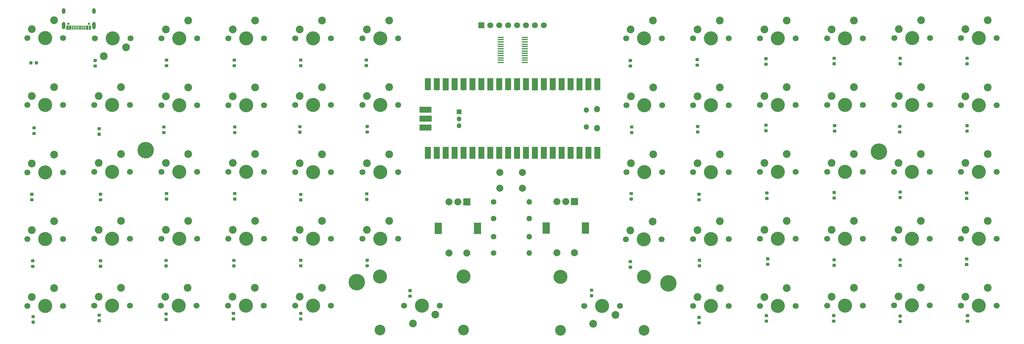
<source format=gbs>
G04 #@! TF.GenerationSoftware,KiCad,Pcbnew,(5.1.12)-1*
G04 #@! TF.CreationDate,2022-06-19T17:55:35+02:00*
G04 #@! TF.ProjectId,Moledupy,4d6f6c65-6475-4707-992e-6b696361645f,rev?*
G04 #@! TF.SameCoordinates,Original*
G04 #@! TF.FileFunction,Soldermask,Bot*
G04 #@! TF.FilePolarity,Negative*
%FSLAX46Y46*%
G04 Gerber Fmt 4.6, Leading zero omitted, Abs format (unit mm)*
G04 Created by KiCad (PCBNEW (5.1.12)-1) date 2022-06-19 17:55:35*
%MOMM*%
%LPD*%
G01*
G04 APERTURE LIST*
%ADD10C,4.700000*%
%ADD11C,2.000000*%
%ADD12O,1.350000X1.350000*%
%ADD13R,1.350000X1.350000*%
%ADD14O,1.600000X1.600000*%
%ADD15C,1.600000*%
%ADD16C,3.050000*%
%ADD17C,4.000000*%
%ADD18C,1.700000*%
%ADD19C,2.200000*%
%ADD20R,1.700000X1.700000*%
%ADD21R,1.752600X0.431800*%
%ADD22R,0.300000X1.150000*%
%ADD23C,0.650000*%
%ADD24O,1.000000X1.600000*%
%ADD25O,1.000000X2.100000*%
%ADD26R,2.000000X2.000000*%
%ADD27R,2.000000X3.200000*%
%ADD28O,1.700000X1.700000*%
%ADD29R,3.500000X1.700000*%
%ADD30O,1.500000X1.500000*%
%ADD31O,1.800000X1.800000*%
%ADD32R,1.700000X3.500000*%
G04 APERTURE END LIST*
D10*
X187007500Y-79070200D03*
X98259900Y-78701900D03*
X246900700Y-41554400D03*
X38100000Y-41122600D03*
D11*
X145438000Y-47498000D03*
X145438000Y-51998000D03*
X138938000Y-47498000D03*
X138938000Y-51998000D03*
D12*
X127381000Y-34226000D03*
X127381000Y-32226000D03*
D13*
X127381000Y-30226000D03*
D14*
X147372000Y-70463000D03*
D15*
X137212000Y-70463000D03*
D14*
X147320000Y-65786000D03*
D15*
X137160000Y-65786000D03*
D16*
X156207360Y-92471000D03*
X180007360Y-92471000D03*
D17*
X180007360Y-77231000D03*
X156207360Y-77231000D03*
D18*
X163027360Y-85471000D03*
X173187360Y-85471000D03*
D17*
X168107360Y-85471000D03*
D19*
X171917360Y-88011000D03*
X165567360Y-90551000D03*
D16*
X104873960Y-92374480D03*
X128673960Y-92374480D03*
D17*
X128673960Y-77134480D03*
X104873960Y-77134480D03*
D18*
X111693960Y-85374480D03*
X121853960Y-85374480D03*
D17*
X116773960Y-85374480D03*
D19*
X120583960Y-87914480D03*
X114233960Y-90454480D03*
D18*
X151511000Y-5588000D03*
X148971000Y-5588000D03*
X146431000Y-5588000D03*
X143891000Y-5588000D03*
X141351000Y-5588000D03*
X138811000Y-5588000D03*
X136271000Y-5588000D03*
D20*
X133731000Y-5588000D03*
D21*
X139192000Y-16147999D03*
X139192000Y-15498000D03*
X139192000Y-14848002D03*
X139192000Y-14198001D03*
X139192000Y-13548002D03*
X139192000Y-12898001D03*
X139192000Y-12248002D03*
X139192000Y-11598001D03*
X139192000Y-10948002D03*
X139192000Y-10298001D03*
X139192000Y-9648002D03*
X139192000Y-8998001D03*
X146050000Y-8998001D03*
X146050000Y-9648000D03*
X146050000Y-10298001D03*
X146050000Y-10947999D03*
X146050000Y-11598001D03*
X146050000Y-12247999D03*
X146050000Y-12897998D03*
X146050000Y-13547999D03*
X146050000Y-14197998D03*
X146050000Y-14847999D03*
X146050000Y-15497998D03*
X146050000Y-16147999D03*
D18*
X280436320Y-85374480D03*
X270276320Y-85374480D03*
D17*
X275356320Y-85374480D03*
D19*
X271546320Y-82834480D03*
X277896320Y-80294480D03*
D18*
X280436320Y-66360040D03*
X270276320Y-66360040D03*
D17*
X275356320Y-66360040D03*
D19*
X271546320Y-63820040D03*
X277896320Y-61280040D03*
D18*
X280436320Y-47345600D03*
X270276320Y-47345600D03*
D17*
X275356320Y-47345600D03*
D19*
X271546320Y-44805600D03*
X277896320Y-42265600D03*
D18*
X280451560Y-28315920D03*
X270291560Y-28315920D03*
D17*
X275371560Y-28315920D03*
D19*
X271561560Y-25775920D03*
X277911560Y-23235920D03*
D18*
X280456640Y-9240520D03*
X270296640Y-9240520D03*
D17*
X275376640Y-9240520D03*
D19*
X271566640Y-6700520D03*
X277916640Y-4160520D03*
D18*
X261411720Y-85354160D03*
X251251720Y-85354160D03*
D17*
X256331720Y-85354160D03*
D19*
X252521720Y-82814160D03*
X258871720Y-80274160D03*
D18*
X261411720Y-66339720D03*
X251251720Y-66339720D03*
D17*
X256331720Y-66339720D03*
D19*
X252521720Y-63799720D03*
X258871720Y-61259720D03*
D18*
X261442200Y-47325280D03*
X251282200Y-47325280D03*
D17*
X256362200Y-47325280D03*
D19*
X252552200Y-44785280D03*
X258902200Y-42245280D03*
D18*
X261487920Y-28260040D03*
X251327920Y-28260040D03*
D17*
X256407920Y-28260040D03*
D19*
X252597920Y-25720040D03*
X258947920Y-23180040D03*
D18*
X261472680Y-9235440D03*
X251312680Y-9235440D03*
D17*
X256392680Y-9235440D03*
D19*
X252582680Y-6695440D03*
X258932680Y-4155440D03*
D18*
X242371880Y-85374480D03*
X232211880Y-85374480D03*
D17*
X237291880Y-85374480D03*
D19*
X233481880Y-82834480D03*
X239831880Y-80294480D03*
D18*
X242392200Y-66354960D03*
X232232200Y-66354960D03*
D17*
X237312200Y-66354960D03*
D19*
X233502200Y-63814960D03*
X239852200Y-61274960D03*
D18*
X242371880Y-47310040D03*
X232211880Y-47310040D03*
D17*
X237291880Y-47310040D03*
D19*
X233481880Y-44770040D03*
X239831880Y-42230040D03*
D18*
X242371880Y-28244800D03*
X232211880Y-28244800D03*
D17*
X237291880Y-28244800D03*
D19*
X233481880Y-25704800D03*
X239831880Y-23164800D03*
D18*
X242382040Y-9260840D03*
X232222040Y-9260840D03*
D17*
X237302040Y-9260840D03*
D19*
X233492040Y-6720840D03*
X239842040Y-4180840D03*
D18*
X223235520Y-85486240D03*
X213075520Y-85486240D03*
D17*
X218155520Y-85486240D03*
D19*
X214345520Y-82946240D03*
X220695520Y-80406240D03*
D18*
X223205040Y-66390520D03*
X213045040Y-66390520D03*
D17*
X218125040Y-66390520D03*
D19*
X214315040Y-63850520D03*
X220665040Y-61310520D03*
D18*
X223220280Y-47345600D03*
X213060280Y-47345600D03*
D17*
X218140280Y-47345600D03*
D19*
X214330280Y-44805600D03*
X220680280Y-42265600D03*
D18*
X223250760Y-28295600D03*
X213090760Y-28295600D03*
D17*
X218170760Y-28295600D03*
D19*
X214360760Y-25755600D03*
X220710760Y-23215600D03*
D18*
X223255840Y-9250680D03*
X213095840Y-9250680D03*
D17*
X218175840Y-9250680D03*
D19*
X214365840Y-6710680D03*
X220715840Y-4170680D03*
D18*
X204160120Y-85476080D03*
X194000120Y-85476080D03*
D17*
X199080120Y-85476080D03*
D19*
X195270120Y-82936080D03*
X201620120Y-80396080D03*
D18*
X204170280Y-66446400D03*
X194010280Y-66446400D03*
D17*
X199090280Y-66446400D03*
D19*
X195280280Y-63906400D03*
X201630280Y-61366400D03*
D18*
X204160120Y-47391320D03*
X194000120Y-47391320D03*
D17*
X199080120Y-47391320D03*
D19*
X195270120Y-44851320D03*
X201620120Y-42311320D03*
D18*
X204185520Y-28346400D03*
X194025520Y-28346400D03*
D17*
X199105520Y-28346400D03*
D19*
X195295520Y-25806400D03*
X201645520Y-23266400D03*
D18*
X204185520Y-9291320D03*
X194025520Y-9291320D03*
D17*
X199105520Y-9291320D03*
D19*
X195295520Y-6751320D03*
X201645520Y-4211320D03*
D18*
X185028840Y-66517520D03*
X174868840Y-66517520D03*
D17*
X179948840Y-66517520D03*
D19*
X176138840Y-63977520D03*
X182488840Y-61437520D03*
D18*
X185176160Y-47401480D03*
X175016160Y-47401480D03*
D17*
X180096160Y-47401480D03*
D19*
X176286160Y-44861480D03*
X182636160Y-42321480D03*
D18*
X185176160Y-28351480D03*
X175016160Y-28351480D03*
D17*
X180096160Y-28351480D03*
D19*
X176286160Y-25811480D03*
X182636160Y-23271480D03*
D18*
X185155840Y-9306560D03*
X174995840Y-9306560D03*
D17*
X180075840Y-9306560D03*
D19*
X176265840Y-6766560D03*
X182615840Y-4226560D03*
D18*
X109992160Y-66390520D03*
X99832160Y-66390520D03*
D17*
X104912160Y-66390520D03*
D19*
X101102160Y-63850520D03*
X107452160Y-61310520D03*
D18*
X109982000Y-47426880D03*
X99822000Y-47426880D03*
D17*
X104902000Y-47426880D03*
D19*
X101092000Y-44886880D03*
X107442000Y-42346880D03*
D18*
X109982000Y-28275280D03*
X99822000Y-28275280D03*
D17*
X104902000Y-28275280D03*
D19*
X101092000Y-25735280D03*
X107442000Y-23195280D03*
D18*
X109982000Y-9291320D03*
X99822000Y-9291320D03*
D17*
X104902000Y-9291320D03*
D19*
X101092000Y-6751320D03*
X107442000Y-4211320D03*
D18*
X90850720Y-85399880D03*
X80690720Y-85399880D03*
D17*
X85770720Y-85399880D03*
D19*
X81960720Y-82859880D03*
X88310720Y-80319880D03*
D18*
X90896440Y-66339720D03*
X80736440Y-66339720D03*
D17*
X85816440Y-66339720D03*
D19*
X82006440Y-63799720D03*
X88356440Y-61259720D03*
D18*
X90886280Y-47426880D03*
X80726280Y-47426880D03*
D17*
X85806280Y-47426880D03*
D19*
X81996280Y-44886880D03*
X88346280Y-42346880D03*
D18*
X90886280Y-28275280D03*
X80726280Y-28275280D03*
D17*
X85806280Y-28275280D03*
D19*
X81996280Y-25735280D03*
X88346280Y-23195280D03*
D18*
X90921840Y-9255760D03*
X80761840Y-9255760D03*
D17*
X85841840Y-9255760D03*
D19*
X82031840Y-6715760D03*
X88381840Y-4175760D03*
D18*
X71744840Y-85384640D03*
X61584840Y-85384640D03*
D17*
X66664840Y-85384640D03*
D19*
X62854840Y-82844640D03*
X69204840Y-80304640D03*
D18*
X71800720Y-66339720D03*
X61640720Y-66339720D03*
D17*
X66720720Y-66339720D03*
D19*
X62910720Y-63799720D03*
X69260720Y-61259720D03*
D18*
X71800720Y-47299880D03*
X61640720Y-47299880D03*
D17*
X66720720Y-47299880D03*
D19*
X62910720Y-44759880D03*
X69260720Y-42219880D03*
D18*
X71800720Y-28310840D03*
X61640720Y-28310840D03*
D17*
X66720720Y-28310840D03*
D19*
X62910720Y-25770840D03*
X69260720Y-23230840D03*
D18*
X71841360Y-9291320D03*
X61681360Y-9291320D03*
D17*
X66761360Y-9291320D03*
D19*
X62951360Y-6751320D03*
X69301360Y-4211320D03*
D18*
X52649120Y-85384640D03*
X42489120Y-85384640D03*
D17*
X47569120Y-85384640D03*
D19*
X43759120Y-82844640D03*
X50109120Y-80304640D03*
D18*
X52745640Y-66360040D03*
X42585640Y-66360040D03*
D17*
X47665640Y-66360040D03*
D19*
X43855640Y-63820040D03*
X50205640Y-61280040D03*
D18*
X52745640Y-47320200D03*
X42585640Y-47320200D03*
D17*
X47665640Y-47320200D03*
D19*
X43855640Y-44780200D03*
X50205640Y-42240200D03*
D18*
X52755800Y-28310840D03*
X42595800Y-28310840D03*
D17*
X47675800Y-28310840D03*
D19*
X43865800Y-25770840D03*
X50215800Y-23230840D03*
D18*
X52755800Y-9271000D03*
X42595800Y-9271000D03*
D17*
X47675800Y-9271000D03*
D19*
X43865800Y-6731000D03*
X50215800Y-4191000D03*
D18*
X33655000Y-85399880D03*
X23495000Y-85399880D03*
D17*
X28575000Y-85399880D03*
D19*
X24765000Y-82859880D03*
X31115000Y-80319880D03*
D18*
X33655000Y-66349880D03*
X23495000Y-66349880D03*
D17*
X28575000Y-66349880D03*
D19*
X24765000Y-63809880D03*
X31115000Y-61269880D03*
D18*
X33655000Y-47299880D03*
X23495000Y-47299880D03*
D17*
X28575000Y-47299880D03*
D19*
X24765000Y-44759880D03*
X31115000Y-42219880D03*
D18*
X33655000Y-28249880D03*
X23495000Y-28249880D03*
D17*
X28575000Y-28249880D03*
D19*
X24765000Y-25709880D03*
X31115000Y-23169880D03*
D18*
X23622000Y-9271000D03*
X33782000Y-9271000D03*
D17*
X28702000Y-9271000D03*
D19*
X32512000Y-11811000D03*
X26162000Y-14351000D03*
X12065000Y-80431640D03*
X5715000Y-82971640D03*
D17*
X9525000Y-85511640D03*
D18*
X4445000Y-85511640D03*
X14605000Y-85511640D03*
D19*
X12065000Y-61386720D03*
X5715000Y-63926720D03*
D17*
X9525000Y-66466720D03*
D18*
X4445000Y-66466720D03*
X14605000Y-66466720D03*
X14605000Y-47437040D03*
X4445000Y-47437040D03*
D17*
X9525000Y-47437040D03*
D19*
X5715000Y-44897040D03*
X12065000Y-42357040D03*
D18*
X14605000Y-28249880D03*
X4445000Y-28249880D03*
D17*
X9525000Y-28249880D03*
D19*
X5715000Y-25709880D03*
X12065000Y-23169880D03*
D18*
X14605000Y-9199880D03*
X4445000Y-9199880D03*
D17*
X9525000Y-9199880D03*
D19*
X5715000Y-6659880D03*
X12065000Y-4119880D03*
D14*
X147320000Y-55880000D03*
D15*
X137160000Y-55880000D03*
D14*
X147320000Y-60579000D03*
D15*
X137160000Y-60579000D03*
D22*
X22400000Y-6210000D03*
X21600000Y-6210000D03*
X16800000Y-6210000D03*
X16000000Y-6210000D03*
X15700000Y-6210000D03*
X16500000Y-6210000D03*
X17300000Y-6210000D03*
X17800000Y-6210000D03*
X18300000Y-6210000D03*
X18800000Y-6210000D03*
X19300000Y-6210000D03*
X19800000Y-6210000D03*
X20300000Y-6210000D03*
X20800000Y-6210000D03*
X21300000Y-6210000D03*
X22100000Y-6210000D03*
D23*
X16160000Y-5145000D03*
X21940000Y-5145000D03*
D24*
X23370000Y-1465000D03*
X14730000Y-1465000D03*
D25*
X23370000Y-5645000D03*
X14730000Y-5645000D03*
G36*
G01*
X272417250Y-88677000D02*
X271904750Y-88677000D01*
G75*
G02*
X271686000Y-88458250I0J218750D01*
G01*
X271686000Y-88020750D01*
G75*
G02*
X271904750Y-87802000I218750J0D01*
G01*
X272417250Y-87802000D01*
G75*
G02*
X272636000Y-88020750I0J-218750D01*
G01*
X272636000Y-88458250D01*
G75*
G02*
X272417250Y-88677000I-218750J0D01*
G01*
G37*
G36*
G01*
X272417250Y-90252000D02*
X271904750Y-90252000D01*
G75*
G02*
X271686000Y-90033250I0J218750D01*
G01*
X271686000Y-89595750D01*
G75*
G02*
X271904750Y-89377000I218750J0D01*
G01*
X272417250Y-89377000D01*
G75*
G02*
X272636000Y-89595750I0J-218750D01*
G01*
X272636000Y-90033250D01*
G75*
G02*
X272417250Y-90252000I-218750J0D01*
G01*
G37*
G36*
G01*
X272163250Y-72548000D02*
X271650750Y-72548000D01*
G75*
G02*
X271432000Y-72329250I0J218750D01*
G01*
X271432000Y-71891750D01*
G75*
G02*
X271650750Y-71673000I218750J0D01*
G01*
X272163250Y-71673000D01*
G75*
G02*
X272382000Y-71891750I0J-218750D01*
G01*
X272382000Y-72329250D01*
G75*
G02*
X272163250Y-72548000I-218750J0D01*
G01*
G37*
G36*
G01*
X272163250Y-74123000D02*
X271650750Y-74123000D01*
G75*
G02*
X271432000Y-73904250I0J218750D01*
G01*
X271432000Y-73466750D01*
G75*
G02*
X271650750Y-73248000I218750J0D01*
G01*
X272163250Y-73248000D01*
G75*
G02*
X272382000Y-73466750I0J-218750D01*
G01*
X272382000Y-73904250D01*
G75*
G02*
X272163250Y-74123000I-218750J0D01*
G01*
G37*
G36*
G01*
X272163250Y-53752000D02*
X271650750Y-53752000D01*
G75*
G02*
X271432000Y-53533250I0J218750D01*
G01*
X271432000Y-53095750D01*
G75*
G02*
X271650750Y-52877000I218750J0D01*
G01*
X272163250Y-52877000D01*
G75*
G02*
X272382000Y-53095750I0J-218750D01*
G01*
X272382000Y-53533250D01*
G75*
G02*
X272163250Y-53752000I-218750J0D01*
G01*
G37*
G36*
G01*
X272163250Y-55327000D02*
X271650750Y-55327000D01*
G75*
G02*
X271432000Y-55108250I0J218750D01*
G01*
X271432000Y-54670750D01*
G75*
G02*
X271650750Y-54452000I218750J0D01*
G01*
X272163250Y-54452000D01*
G75*
G02*
X272382000Y-54670750I0J-218750D01*
G01*
X272382000Y-55108250D01*
G75*
G02*
X272163250Y-55327000I-218750J0D01*
G01*
G37*
G36*
G01*
X272290250Y-34575000D02*
X271777750Y-34575000D01*
G75*
G02*
X271559000Y-34356250I0J218750D01*
G01*
X271559000Y-33918750D01*
G75*
G02*
X271777750Y-33700000I218750J0D01*
G01*
X272290250Y-33700000D01*
G75*
G02*
X272509000Y-33918750I0J-218750D01*
G01*
X272509000Y-34356250D01*
G75*
G02*
X272290250Y-34575000I-218750J0D01*
G01*
G37*
G36*
G01*
X272290250Y-36150000D02*
X271777750Y-36150000D01*
G75*
G02*
X271559000Y-35931250I0J218750D01*
G01*
X271559000Y-35493750D01*
G75*
G02*
X271777750Y-35275000I218750J0D01*
G01*
X272290250Y-35275000D01*
G75*
G02*
X272509000Y-35493750I0J-218750D01*
G01*
X272509000Y-35931250D01*
G75*
G02*
X272290250Y-36150000I-218750J0D01*
G01*
G37*
G36*
G01*
X272290250Y-15398000D02*
X271777750Y-15398000D01*
G75*
G02*
X271559000Y-15179250I0J218750D01*
G01*
X271559000Y-14741750D01*
G75*
G02*
X271777750Y-14523000I218750J0D01*
G01*
X272290250Y-14523000D01*
G75*
G02*
X272509000Y-14741750I0J-218750D01*
G01*
X272509000Y-15179250D01*
G75*
G02*
X272290250Y-15398000I-218750J0D01*
G01*
G37*
G36*
G01*
X272290250Y-16973000D02*
X271777750Y-16973000D01*
G75*
G02*
X271559000Y-16754250I0J218750D01*
G01*
X271559000Y-16316750D01*
G75*
G02*
X271777750Y-16098000I218750J0D01*
G01*
X272290250Y-16098000D01*
G75*
G02*
X272509000Y-16316750I0J-218750D01*
G01*
X272509000Y-16754250D01*
G75*
G02*
X272290250Y-16973000I-218750J0D01*
G01*
G37*
G36*
G01*
X253240250Y-88804000D02*
X252727750Y-88804000D01*
G75*
G02*
X252509000Y-88585250I0J218750D01*
G01*
X252509000Y-88147750D01*
G75*
G02*
X252727750Y-87929000I218750J0D01*
G01*
X253240250Y-87929000D01*
G75*
G02*
X253459000Y-88147750I0J-218750D01*
G01*
X253459000Y-88585250D01*
G75*
G02*
X253240250Y-88804000I-218750J0D01*
G01*
G37*
G36*
G01*
X253240250Y-90379000D02*
X252727750Y-90379000D01*
G75*
G02*
X252509000Y-90160250I0J218750D01*
G01*
X252509000Y-89722750D01*
G75*
G02*
X252727750Y-89504000I218750J0D01*
G01*
X253240250Y-89504000D01*
G75*
G02*
X253459000Y-89722750I0J-218750D01*
G01*
X253459000Y-90160250D01*
G75*
G02*
X253240250Y-90379000I-218750J0D01*
G01*
G37*
G36*
G01*
X253240250Y-72802000D02*
X252727750Y-72802000D01*
G75*
G02*
X252509000Y-72583250I0J218750D01*
G01*
X252509000Y-72145750D01*
G75*
G02*
X252727750Y-71927000I218750J0D01*
G01*
X253240250Y-71927000D01*
G75*
G02*
X253459000Y-72145750I0J-218750D01*
G01*
X253459000Y-72583250D01*
G75*
G02*
X253240250Y-72802000I-218750J0D01*
G01*
G37*
G36*
G01*
X253240250Y-74377000D02*
X252727750Y-74377000D01*
G75*
G02*
X252509000Y-74158250I0J218750D01*
G01*
X252509000Y-73720750D01*
G75*
G02*
X252727750Y-73502000I218750J0D01*
G01*
X253240250Y-73502000D01*
G75*
G02*
X253459000Y-73720750I0J-218750D01*
G01*
X253459000Y-74158250D01*
G75*
G02*
X253240250Y-74377000I-218750J0D01*
G01*
G37*
G36*
G01*
X253240250Y-53498000D02*
X252727750Y-53498000D01*
G75*
G02*
X252509000Y-53279250I0J218750D01*
G01*
X252509000Y-52841750D01*
G75*
G02*
X252727750Y-52623000I218750J0D01*
G01*
X253240250Y-52623000D01*
G75*
G02*
X253459000Y-52841750I0J-218750D01*
G01*
X253459000Y-53279250D01*
G75*
G02*
X253240250Y-53498000I-218750J0D01*
G01*
G37*
G36*
G01*
X253240250Y-55073000D02*
X252727750Y-55073000D01*
G75*
G02*
X252509000Y-54854250I0J218750D01*
G01*
X252509000Y-54416750D01*
G75*
G02*
X252727750Y-54198000I218750J0D01*
G01*
X253240250Y-54198000D01*
G75*
G02*
X253459000Y-54416750I0J-218750D01*
G01*
X253459000Y-54854250D01*
G75*
G02*
X253240250Y-55073000I-218750J0D01*
G01*
G37*
G36*
G01*
X253113250Y-34829000D02*
X252600750Y-34829000D01*
G75*
G02*
X252382000Y-34610250I0J218750D01*
G01*
X252382000Y-34172750D01*
G75*
G02*
X252600750Y-33954000I218750J0D01*
G01*
X253113250Y-33954000D01*
G75*
G02*
X253332000Y-34172750I0J-218750D01*
G01*
X253332000Y-34610250D01*
G75*
G02*
X253113250Y-34829000I-218750J0D01*
G01*
G37*
G36*
G01*
X253113250Y-36404000D02*
X252600750Y-36404000D01*
G75*
G02*
X252382000Y-36185250I0J218750D01*
G01*
X252382000Y-35747750D01*
G75*
G02*
X252600750Y-35529000I218750J0D01*
G01*
X253113250Y-35529000D01*
G75*
G02*
X253332000Y-35747750I0J-218750D01*
G01*
X253332000Y-36185250D01*
G75*
G02*
X253113250Y-36404000I-218750J0D01*
G01*
G37*
G36*
G01*
X253240250Y-15398000D02*
X252727750Y-15398000D01*
G75*
G02*
X252509000Y-15179250I0J218750D01*
G01*
X252509000Y-14741750D01*
G75*
G02*
X252727750Y-14523000I218750J0D01*
G01*
X253240250Y-14523000D01*
G75*
G02*
X253459000Y-14741750I0J-218750D01*
G01*
X253459000Y-15179250D01*
G75*
G02*
X253240250Y-15398000I-218750J0D01*
G01*
G37*
G36*
G01*
X253240250Y-16973000D02*
X252727750Y-16973000D01*
G75*
G02*
X252509000Y-16754250I0J218750D01*
G01*
X252509000Y-16316750D01*
G75*
G02*
X252727750Y-16098000I218750J0D01*
G01*
X253240250Y-16098000D01*
G75*
G02*
X253459000Y-16316750I0J-218750D01*
G01*
X253459000Y-16754250D01*
G75*
G02*
X253240250Y-16973000I-218750J0D01*
G01*
G37*
G36*
G01*
X234317250Y-88677000D02*
X233804750Y-88677000D01*
G75*
G02*
X233586000Y-88458250I0J218750D01*
G01*
X233586000Y-88020750D01*
G75*
G02*
X233804750Y-87802000I218750J0D01*
G01*
X234317250Y-87802000D01*
G75*
G02*
X234536000Y-88020750I0J-218750D01*
G01*
X234536000Y-88458250D01*
G75*
G02*
X234317250Y-88677000I-218750J0D01*
G01*
G37*
G36*
G01*
X234317250Y-90252000D02*
X233804750Y-90252000D01*
G75*
G02*
X233586000Y-90033250I0J218750D01*
G01*
X233586000Y-89595750D01*
G75*
G02*
X233804750Y-89377000I218750J0D01*
G01*
X234317250Y-89377000D01*
G75*
G02*
X234536000Y-89595750I0J-218750D01*
G01*
X234536000Y-90033250D01*
G75*
G02*
X234317250Y-90252000I-218750J0D01*
G01*
G37*
G36*
G01*
X234444250Y-72802000D02*
X233931750Y-72802000D01*
G75*
G02*
X233713000Y-72583250I0J218750D01*
G01*
X233713000Y-72145750D01*
G75*
G02*
X233931750Y-71927000I218750J0D01*
G01*
X234444250Y-71927000D01*
G75*
G02*
X234663000Y-72145750I0J-218750D01*
G01*
X234663000Y-72583250D01*
G75*
G02*
X234444250Y-72802000I-218750J0D01*
G01*
G37*
G36*
G01*
X234444250Y-74377000D02*
X233931750Y-74377000D01*
G75*
G02*
X233713000Y-74158250I0J218750D01*
G01*
X233713000Y-73720750D01*
G75*
G02*
X233931750Y-73502000I218750J0D01*
G01*
X234444250Y-73502000D01*
G75*
G02*
X234663000Y-73720750I0J-218750D01*
G01*
X234663000Y-74158250D01*
G75*
G02*
X234444250Y-74377000I-218750J0D01*
G01*
G37*
G36*
G01*
X234444250Y-53625000D02*
X233931750Y-53625000D01*
G75*
G02*
X233713000Y-53406250I0J218750D01*
G01*
X233713000Y-52968750D01*
G75*
G02*
X233931750Y-52750000I218750J0D01*
G01*
X234444250Y-52750000D01*
G75*
G02*
X234663000Y-52968750I0J-218750D01*
G01*
X234663000Y-53406250D01*
G75*
G02*
X234444250Y-53625000I-218750J0D01*
G01*
G37*
G36*
G01*
X234444250Y-55200000D02*
X233931750Y-55200000D01*
G75*
G02*
X233713000Y-54981250I0J218750D01*
G01*
X233713000Y-54543750D01*
G75*
G02*
X233931750Y-54325000I218750J0D01*
G01*
X234444250Y-54325000D01*
G75*
G02*
X234663000Y-54543750I0J-218750D01*
G01*
X234663000Y-54981250D01*
G75*
G02*
X234444250Y-55200000I-218750J0D01*
G01*
G37*
G36*
G01*
X234571250Y-34575000D02*
X234058750Y-34575000D01*
G75*
G02*
X233840000Y-34356250I0J218750D01*
G01*
X233840000Y-33918750D01*
G75*
G02*
X234058750Y-33700000I218750J0D01*
G01*
X234571250Y-33700000D01*
G75*
G02*
X234790000Y-33918750I0J-218750D01*
G01*
X234790000Y-34356250D01*
G75*
G02*
X234571250Y-34575000I-218750J0D01*
G01*
G37*
G36*
G01*
X234571250Y-36150000D02*
X234058750Y-36150000D01*
G75*
G02*
X233840000Y-35931250I0J218750D01*
G01*
X233840000Y-35493750D01*
G75*
G02*
X234058750Y-35275000I218750J0D01*
G01*
X234571250Y-35275000D01*
G75*
G02*
X234790000Y-35493750I0J-218750D01*
G01*
X234790000Y-35931250D01*
G75*
G02*
X234571250Y-36150000I-218750J0D01*
G01*
G37*
G36*
G01*
X234444250Y-15398000D02*
X233931750Y-15398000D01*
G75*
G02*
X233713000Y-15179250I0J218750D01*
G01*
X233713000Y-14741750D01*
G75*
G02*
X233931750Y-14523000I218750J0D01*
G01*
X234444250Y-14523000D01*
G75*
G02*
X234663000Y-14741750I0J-218750D01*
G01*
X234663000Y-15179250D01*
G75*
G02*
X234444250Y-15398000I-218750J0D01*
G01*
G37*
G36*
G01*
X234444250Y-16973000D02*
X233931750Y-16973000D01*
G75*
G02*
X233713000Y-16754250I0J218750D01*
G01*
X233713000Y-16316750D01*
G75*
G02*
X233931750Y-16098000I218750J0D01*
G01*
X234444250Y-16098000D01*
G75*
G02*
X234663000Y-16316750I0J-218750D01*
G01*
X234663000Y-16754250D01*
G75*
G02*
X234444250Y-16973000I-218750J0D01*
G01*
G37*
G36*
G01*
X215140250Y-88677000D02*
X214627750Y-88677000D01*
G75*
G02*
X214409000Y-88458250I0J218750D01*
G01*
X214409000Y-88020750D01*
G75*
G02*
X214627750Y-87802000I218750J0D01*
G01*
X215140250Y-87802000D01*
G75*
G02*
X215359000Y-88020750I0J-218750D01*
G01*
X215359000Y-88458250D01*
G75*
G02*
X215140250Y-88677000I-218750J0D01*
G01*
G37*
G36*
G01*
X215140250Y-90252000D02*
X214627750Y-90252000D01*
G75*
G02*
X214409000Y-90033250I0J218750D01*
G01*
X214409000Y-89595750D01*
G75*
G02*
X214627750Y-89377000I218750J0D01*
G01*
X215140250Y-89377000D01*
G75*
G02*
X215359000Y-89595750I0J-218750D01*
G01*
X215359000Y-90033250D01*
G75*
G02*
X215140250Y-90252000I-218750J0D01*
G01*
G37*
G36*
G01*
X215521250Y-72522500D02*
X215008750Y-72522500D01*
G75*
G02*
X214790000Y-72303750I0J218750D01*
G01*
X214790000Y-71866250D01*
G75*
G02*
X215008750Y-71647500I218750J0D01*
G01*
X215521250Y-71647500D01*
G75*
G02*
X215740000Y-71866250I0J-218750D01*
G01*
X215740000Y-72303750D01*
G75*
G02*
X215521250Y-72522500I-218750J0D01*
G01*
G37*
G36*
G01*
X215521250Y-74097500D02*
X215008750Y-74097500D01*
G75*
G02*
X214790000Y-73878750I0J218750D01*
G01*
X214790000Y-73441250D01*
G75*
G02*
X215008750Y-73222500I218750J0D01*
G01*
X215521250Y-73222500D01*
G75*
G02*
X215740000Y-73441250I0J-218750D01*
G01*
X215740000Y-73878750D01*
G75*
G02*
X215521250Y-74097500I-218750J0D01*
G01*
G37*
G36*
G01*
X215267250Y-53752000D02*
X214754750Y-53752000D01*
G75*
G02*
X214536000Y-53533250I0J218750D01*
G01*
X214536000Y-53095750D01*
G75*
G02*
X214754750Y-52877000I218750J0D01*
G01*
X215267250Y-52877000D01*
G75*
G02*
X215486000Y-53095750I0J-218750D01*
G01*
X215486000Y-53533250D01*
G75*
G02*
X215267250Y-53752000I-218750J0D01*
G01*
G37*
G36*
G01*
X215267250Y-55327000D02*
X214754750Y-55327000D01*
G75*
G02*
X214536000Y-55108250I0J218750D01*
G01*
X214536000Y-54670750D01*
G75*
G02*
X214754750Y-54452000I218750J0D01*
G01*
X215267250Y-54452000D01*
G75*
G02*
X215486000Y-54670750I0J-218750D01*
G01*
X215486000Y-55108250D01*
G75*
G02*
X215267250Y-55327000I-218750J0D01*
G01*
G37*
G36*
G01*
X215013250Y-34448000D02*
X214500750Y-34448000D01*
G75*
G02*
X214282000Y-34229250I0J218750D01*
G01*
X214282000Y-33791750D01*
G75*
G02*
X214500750Y-33573000I218750J0D01*
G01*
X215013250Y-33573000D01*
G75*
G02*
X215232000Y-33791750I0J-218750D01*
G01*
X215232000Y-34229250D01*
G75*
G02*
X215013250Y-34448000I-218750J0D01*
G01*
G37*
G36*
G01*
X215013250Y-36023000D02*
X214500750Y-36023000D01*
G75*
G02*
X214282000Y-35804250I0J218750D01*
G01*
X214282000Y-35366750D01*
G75*
G02*
X214500750Y-35148000I218750J0D01*
G01*
X215013250Y-35148000D01*
G75*
G02*
X215232000Y-35366750I0J-218750D01*
G01*
X215232000Y-35804250D01*
G75*
G02*
X215013250Y-36023000I-218750J0D01*
G01*
G37*
G36*
G01*
X215013250Y-15525000D02*
X214500750Y-15525000D01*
G75*
G02*
X214282000Y-15306250I0J218750D01*
G01*
X214282000Y-14868750D01*
G75*
G02*
X214500750Y-14650000I218750J0D01*
G01*
X215013250Y-14650000D01*
G75*
G02*
X215232000Y-14868750I0J-218750D01*
G01*
X215232000Y-15306250D01*
G75*
G02*
X215013250Y-15525000I-218750J0D01*
G01*
G37*
G36*
G01*
X215013250Y-17100000D02*
X214500750Y-17100000D01*
G75*
G02*
X214282000Y-16881250I0J218750D01*
G01*
X214282000Y-16443750D01*
G75*
G02*
X214500750Y-16225000I218750J0D01*
G01*
X215013250Y-16225000D01*
G75*
G02*
X215232000Y-16443750I0J-218750D01*
G01*
X215232000Y-16881250D01*
G75*
G02*
X215013250Y-17100000I-218750J0D01*
G01*
G37*
G36*
G01*
X195963250Y-89185000D02*
X195450750Y-89185000D01*
G75*
G02*
X195232000Y-88966250I0J218750D01*
G01*
X195232000Y-88528750D01*
G75*
G02*
X195450750Y-88310000I218750J0D01*
G01*
X195963250Y-88310000D01*
G75*
G02*
X196182000Y-88528750I0J-218750D01*
G01*
X196182000Y-88966250D01*
G75*
G02*
X195963250Y-89185000I-218750J0D01*
G01*
G37*
G36*
G01*
X195963250Y-90760000D02*
X195450750Y-90760000D01*
G75*
G02*
X195232000Y-90541250I0J218750D01*
G01*
X195232000Y-90103750D01*
G75*
G02*
X195450750Y-89885000I218750J0D01*
G01*
X195963250Y-89885000D01*
G75*
G02*
X196182000Y-90103750I0J-218750D01*
G01*
X196182000Y-90541250D01*
G75*
G02*
X195963250Y-90760000I-218750J0D01*
G01*
G37*
G36*
G01*
X196090250Y-72929000D02*
X195577750Y-72929000D01*
G75*
G02*
X195359000Y-72710250I0J218750D01*
G01*
X195359000Y-72272750D01*
G75*
G02*
X195577750Y-72054000I218750J0D01*
G01*
X196090250Y-72054000D01*
G75*
G02*
X196309000Y-72272750I0J-218750D01*
G01*
X196309000Y-72710250D01*
G75*
G02*
X196090250Y-72929000I-218750J0D01*
G01*
G37*
G36*
G01*
X196090250Y-74504000D02*
X195577750Y-74504000D01*
G75*
G02*
X195359000Y-74285250I0J218750D01*
G01*
X195359000Y-73847750D01*
G75*
G02*
X195577750Y-73629000I218750J0D01*
G01*
X196090250Y-73629000D01*
G75*
G02*
X196309000Y-73847750I0J-218750D01*
G01*
X196309000Y-74285250D01*
G75*
G02*
X196090250Y-74504000I-218750J0D01*
G01*
G37*
G36*
G01*
X195963250Y-54133000D02*
X195450750Y-54133000D01*
G75*
G02*
X195232000Y-53914250I0J218750D01*
G01*
X195232000Y-53476750D01*
G75*
G02*
X195450750Y-53258000I218750J0D01*
G01*
X195963250Y-53258000D01*
G75*
G02*
X196182000Y-53476750I0J-218750D01*
G01*
X196182000Y-53914250D01*
G75*
G02*
X195963250Y-54133000I-218750J0D01*
G01*
G37*
G36*
G01*
X195963250Y-55708000D02*
X195450750Y-55708000D01*
G75*
G02*
X195232000Y-55489250I0J218750D01*
G01*
X195232000Y-55051750D01*
G75*
G02*
X195450750Y-54833000I218750J0D01*
G01*
X195963250Y-54833000D01*
G75*
G02*
X196182000Y-55051750I0J-218750D01*
G01*
X196182000Y-55489250D01*
G75*
G02*
X195963250Y-55708000I-218750J0D01*
G01*
G37*
G36*
G01*
X195582250Y-34829000D02*
X195069750Y-34829000D01*
G75*
G02*
X194851000Y-34610250I0J218750D01*
G01*
X194851000Y-34172750D01*
G75*
G02*
X195069750Y-33954000I218750J0D01*
G01*
X195582250Y-33954000D01*
G75*
G02*
X195801000Y-34172750I0J-218750D01*
G01*
X195801000Y-34610250D01*
G75*
G02*
X195582250Y-34829000I-218750J0D01*
G01*
G37*
G36*
G01*
X195582250Y-36404000D02*
X195069750Y-36404000D01*
G75*
G02*
X194851000Y-36185250I0J218750D01*
G01*
X194851000Y-35747750D01*
G75*
G02*
X195069750Y-35529000I218750J0D01*
G01*
X195582250Y-35529000D01*
G75*
G02*
X195801000Y-35747750I0J-218750D01*
G01*
X195801000Y-36185250D01*
G75*
G02*
X195582250Y-36404000I-218750J0D01*
G01*
G37*
G36*
G01*
X195455250Y-15779000D02*
X194942750Y-15779000D01*
G75*
G02*
X194724000Y-15560250I0J218750D01*
G01*
X194724000Y-15122750D01*
G75*
G02*
X194942750Y-14904000I218750J0D01*
G01*
X195455250Y-14904000D01*
G75*
G02*
X195674000Y-15122750I0J-218750D01*
G01*
X195674000Y-15560250D01*
G75*
G02*
X195455250Y-15779000I-218750J0D01*
G01*
G37*
G36*
G01*
X195455250Y-17354000D02*
X194942750Y-17354000D01*
G75*
G02*
X194724000Y-17135250I0J218750D01*
G01*
X194724000Y-16697750D01*
G75*
G02*
X194942750Y-16479000I218750J0D01*
G01*
X195455250Y-16479000D01*
G75*
G02*
X195674000Y-16697750I0J-218750D01*
G01*
X195674000Y-17135250D01*
G75*
G02*
X195455250Y-17354000I-218750J0D01*
G01*
G37*
G36*
G01*
X164843750Y-82138000D02*
X165356250Y-82138000D01*
G75*
G02*
X165575000Y-82356750I0J-218750D01*
G01*
X165575000Y-82794250D01*
G75*
G02*
X165356250Y-83013000I-218750J0D01*
G01*
X164843750Y-83013000D01*
G75*
G02*
X164625000Y-82794250I0J218750D01*
G01*
X164625000Y-82356750D01*
G75*
G02*
X164843750Y-82138000I218750J0D01*
G01*
G37*
G36*
G01*
X164843750Y-80563000D02*
X165356250Y-80563000D01*
G75*
G02*
X165575000Y-80781750I0J-218750D01*
G01*
X165575000Y-81219250D01*
G75*
G02*
X165356250Y-81438000I-218750J0D01*
G01*
X164843750Y-81438000D01*
G75*
G02*
X164625000Y-81219250I0J218750D01*
G01*
X164625000Y-80781750D01*
G75*
G02*
X164843750Y-80563000I218750J0D01*
G01*
G37*
G36*
G01*
X176405250Y-73310000D02*
X175892750Y-73310000D01*
G75*
G02*
X175674000Y-73091250I0J218750D01*
G01*
X175674000Y-72653750D01*
G75*
G02*
X175892750Y-72435000I218750J0D01*
G01*
X176405250Y-72435000D01*
G75*
G02*
X176624000Y-72653750I0J-218750D01*
G01*
X176624000Y-73091250D01*
G75*
G02*
X176405250Y-73310000I-218750J0D01*
G01*
G37*
G36*
G01*
X176405250Y-74885000D02*
X175892750Y-74885000D01*
G75*
G02*
X175674000Y-74666250I0J218750D01*
G01*
X175674000Y-74228750D01*
G75*
G02*
X175892750Y-74010000I218750J0D01*
G01*
X176405250Y-74010000D01*
G75*
G02*
X176624000Y-74228750I0J-218750D01*
G01*
X176624000Y-74666250D01*
G75*
G02*
X176405250Y-74885000I-218750J0D01*
G01*
G37*
G36*
G01*
X176659250Y-53904500D02*
X176146750Y-53904500D01*
G75*
G02*
X175928000Y-53685750I0J218750D01*
G01*
X175928000Y-53248250D01*
G75*
G02*
X176146750Y-53029500I218750J0D01*
G01*
X176659250Y-53029500D01*
G75*
G02*
X176878000Y-53248250I0J-218750D01*
G01*
X176878000Y-53685750D01*
G75*
G02*
X176659250Y-53904500I-218750J0D01*
G01*
G37*
G36*
G01*
X176659250Y-55479500D02*
X176146750Y-55479500D01*
G75*
G02*
X175928000Y-55260750I0J218750D01*
G01*
X175928000Y-54823250D01*
G75*
G02*
X176146750Y-54604500I218750J0D01*
G01*
X176659250Y-54604500D01*
G75*
G02*
X176878000Y-54823250I0J-218750D01*
G01*
X176878000Y-55260750D01*
G75*
G02*
X176659250Y-55479500I-218750J0D01*
G01*
G37*
G36*
G01*
X176786250Y-34981500D02*
X176273750Y-34981500D01*
G75*
G02*
X176055000Y-34762750I0J218750D01*
G01*
X176055000Y-34325250D01*
G75*
G02*
X176273750Y-34106500I218750J0D01*
G01*
X176786250Y-34106500D01*
G75*
G02*
X177005000Y-34325250I0J-218750D01*
G01*
X177005000Y-34762750D01*
G75*
G02*
X176786250Y-34981500I-218750J0D01*
G01*
G37*
G36*
G01*
X176786250Y-36556500D02*
X176273750Y-36556500D01*
G75*
G02*
X176055000Y-36337750I0J218750D01*
G01*
X176055000Y-35900250D01*
G75*
G02*
X176273750Y-35681500I218750J0D01*
G01*
X176786250Y-35681500D01*
G75*
G02*
X177005000Y-35900250I0J-218750D01*
G01*
X177005000Y-36337750D01*
G75*
G02*
X176786250Y-36556500I-218750J0D01*
G01*
G37*
G36*
G01*
X176405250Y-16033000D02*
X175892750Y-16033000D01*
G75*
G02*
X175674000Y-15814250I0J218750D01*
G01*
X175674000Y-15376750D01*
G75*
G02*
X175892750Y-15158000I218750J0D01*
G01*
X176405250Y-15158000D01*
G75*
G02*
X176624000Y-15376750I0J-218750D01*
G01*
X176624000Y-15814250D01*
G75*
G02*
X176405250Y-16033000I-218750J0D01*
G01*
G37*
G36*
G01*
X176405250Y-17608000D02*
X175892750Y-17608000D01*
G75*
G02*
X175674000Y-17389250I0J218750D01*
G01*
X175674000Y-16951750D01*
G75*
G02*
X175892750Y-16733000I218750J0D01*
G01*
X176405250Y-16733000D01*
G75*
G02*
X176624000Y-16951750I0J-218750D01*
G01*
X176624000Y-17389250D01*
G75*
G02*
X176405250Y-17608000I-218750J0D01*
G01*
G37*
G36*
G01*
X113154750Y-82265000D02*
X113667250Y-82265000D01*
G75*
G02*
X113886000Y-82483750I0J-218750D01*
G01*
X113886000Y-82921250D01*
G75*
G02*
X113667250Y-83140000I-218750J0D01*
G01*
X113154750Y-83140000D01*
G75*
G02*
X112936000Y-82921250I0J218750D01*
G01*
X112936000Y-82483750D01*
G75*
G02*
X113154750Y-82265000I218750J0D01*
G01*
G37*
G36*
G01*
X113154750Y-80690000D02*
X113667250Y-80690000D01*
G75*
G02*
X113886000Y-80908750I0J-218750D01*
G01*
X113886000Y-81346250D01*
G75*
G02*
X113667250Y-81565000I-218750J0D01*
G01*
X113154750Y-81565000D01*
G75*
G02*
X112936000Y-81346250I0J218750D01*
G01*
X112936000Y-80908750D01*
G75*
G02*
X113154750Y-80690000I218750J0D01*
G01*
G37*
G36*
G01*
X101475250Y-72929000D02*
X100962750Y-72929000D01*
G75*
G02*
X100744000Y-72710250I0J218750D01*
G01*
X100744000Y-72272750D01*
G75*
G02*
X100962750Y-72054000I218750J0D01*
G01*
X101475250Y-72054000D01*
G75*
G02*
X101694000Y-72272750I0J-218750D01*
G01*
X101694000Y-72710250D01*
G75*
G02*
X101475250Y-72929000I-218750J0D01*
G01*
G37*
G36*
G01*
X101475250Y-74504000D02*
X100962750Y-74504000D01*
G75*
G02*
X100744000Y-74285250I0J218750D01*
G01*
X100744000Y-73847750D01*
G75*
G02*
X100962750Y-73629000I218750J0D01*
G01*
X101475250Y-73629000D01*
G75*
G02*
X101694000Y-73847750I0J-218750D01*
G01*
X101694000Y-74285250D01*
G75*
G02*
X101475250Y-74504000I-218750J0D01*
G01*
G37*
G36*
G01*
X101348250Y-54006000D02*
X100835750Y-54006000D01*
G75*
G02*
X100617000Y-53787250I0J218750D01*
G01*
X100617000Y-53349750D01*
G75*
G02*
X100835750Y-53131000I218750J0D01*
G01*
X101348250Y-53131000D01*
G75*
G02*
X101567000Y-53349750I0J-218750D01*
G01*
X101567000Y-53787250D01*
G75*
G02*
X101348250Y-54006000I-218750J0D01*
G01*
G37*
G36*
G01*
X101348250Y-55581000D02*
X100835750Y-55581000D01*
G75*
G02*
X100617000Y-55362250I0J218750D01*
G01*
X100617000Y-54924750D01*
G75*
G02*
X100835750Y-54706000I218750J0D01*
G01*
X101348250Y-54706000D01*
G75*
G02*
X101567000Y-54924750I0J-218750D01*
G01*
X101567000Y-55362250D01*
G75*
G02*
X101348250Y-55581000I-218750J0D01*
G01*
G37*
G36*
G01*
X101475250Y-34829000D02*
X100962750Y-34829000D01*
G75*
G02*
X100744000Y-34610250I0J218750D01*
G01*
X100744000Y-34172750D01*
G75*
G02*
X100962750Y-33954000I218750J0D01*
G01*
X101475250Y-33954000D01*
G75*
G02*
X101694000Y-34172750I0J-218750D01*
G01*
X101694000Y-34610250D01*
G75*
G02*
X101475250Y-34829000I-218750J0D01*
G01*
G37*
G36*
G01*
X101475250Y-36404000D02*
X100962750Y-36404000D01*
G75*
G02*
X100744000Y-36185250I0J218750D01*
G01*
X100744000Y-35747750D01*
G75*
G02*
X100962750Y-35529000I218750J0D01*
G01*
X101475250Y-35529000D01*
G75*
G02*
X101694000Y-35747750I0J-218750D01*
G01*
X101694000Y-36185250D01*
G75*
G02*
X101475250Y-36404000I-218750J0D01*
G01*
G37*
G36*
G01*
X101221250Y-15906000D02*
X100708750Y-15906000D01*
G75*
G02*
X100490000Y-15687250I0J218750D01*
G01*
X100490000Y-15249750D01*
G75*
G02*
X100708750Y-15031000I218750J0D01*
G01*
X101221250Y-15031000D01*
G75*
G02*
X101440000Y-15249750I0J-218750D01*
G01*
X101440000Y-15687250D01*
G75*
G02*
X101221250Y-15906000I-218750J0D01*
G01*
G37*
G36*
G01*
X101221250Y-17481000D02*
X100708750Y-17481000D01*
G75*
G02*
X100490000Y-17262250I0J218750D01*
G01*
X100490000Y-16824750D01*
G75*
G02*
X100708750Y-16606000I218750J0D01*
G01*
X101221250Y-16606000D01*
G75*
G02*
X101440000Y-16824750I0J-218750D01*
G01*
X101440000Y-17262250D01*
G75*
G02*
X101221250Y-17481000I-218750J0D01*
G01*
G37*
G36*
G01*
X82552250Y-88067500D02*
X82039750Y-88067500D01*
G75*
G02*
X81821000Y-87848750I0J218750D01*
G01*
X81821000Y-87411250D01*
G75*
G02*
X82039750Y-87192500I218750J0D01*
G01*
X82552250Y-87192500D01*
G75*
G02*
X82771000Y-87411250I0J-218750D01*
G01*
X82771000Y-87848750D01*
G75*
G02*
X82552250Y-88067500I-218750J0D01*
G01*
G37*
G36*
G01*
X82552250Y-89642500D02*
X82039750Y-89642500D01*
G75*
G02*
X81821000Y-89423750I0J218750D01*
G01*
X81821000Y-88986250D01*
G75*
G02*
X82039750Y-88767500I218750J0D01*
G01*
X82552250Y-88767500D01*
G75*
G02*
X82771000Y-88986250I0J-218750D01*
G01*
X82771000Y-89423750D01*
G75*
G02*
X82552250Y-89642500I-218750J0D01*
G01*
G37*
G36*
G01*
X82552250Y-72929000D02*
X82039750Y-72929000D01*
G75*
G02*
X81821000Y-72710250I0J218750D01*
G01*
X81821000Y-72272750D01*
G75*
G02*
X82039750Y-72054000I218750J0D01*
G01*
X82552250Y-72054000D01*
G75*
G02*
X82771000Y-72272750I0J-218750D01*
G01*
X82771000Y-72710250D01*
G75*
G02*
X82552250Y-72929000I-218750J0D01*
G01*
G37*
G36*
G01*
X82552250Y-74504000D02*
X82039750Y-74504000D01*
G75*
G02*
X81821000Y-74285250I0J218750D01*
G01*
X81821000Y-73847750D01*
G75*
G02*
X82039750Y-73629000I218750J0D01*
G01*
X82552250Y-73629000D01*
G75*
G02*
X82771000Y-73847750I0J-218750D01*
G01*
X82771000Y-74285250D01*
G75*
G02*
X82552250Y-74504000I-218750J0D01*
G01*
G37*
G36*
G01*
X82552250Y-54158500D02*
X82039750Y-54158500D01*
G75*
G02*
X81821000Y-53939750I0J218750D01*
G01*
X81821000Y-53502250D01*
G75*
G02*
X82039750Y-53283500I218750J0D01*
G01*
X82552250Y-53283500D01*
G75*
G02*
X82771000Y-53502250I0J-218750D01*
G01*
X82771000Y-53939750D01*
G75*
G02*
X82552250Y-54158500I-218750J0D01*
G01*
G37*
G36*
G01*
X82552250Y-55733500D02*
X82039750Y-55733500D01*
G75*
G02*
X81821000Y-55514750I0J218750D01*
G01*
X81821000Y-55077250D01*
G75*
G02*
X82039750Y-54858500I218750J0D01*
G01*
X82552250Y-54858500D01*
G75*
G02*
X82771000Y-55077250I0J-218750D01*
G01*
X82771000Y-55514750D01*
G75*
G02*
X82552250Y-55733500I-218750J0D01*
G01*
G37*
G36*
G01*
X82298250Y-34854500D02*
X81785750Y-34854500D01*
G75*
G02*
X81567000Y-34635750I0J218750D01*
G01*
X81567000Y-34198250D01*
G75*
G02*
X81785750Y-33979500I218750J0D01*
G01*
X82298250Y-33979500D01*
G75*
G02*
X82517000Y-34198250I0J-218750D01*
G01*
X82517000Y-34635750D01*
G75*
G02*
X82298250Y-34854500I-218750J0D01*
G01*
G37*
G36*
G01*
X82298250Y-36429500D02*
X81785750Y-36429500D01*
G75*
G02*
X81567000Y-36210750I0J218750D01*
G01*
X81567000Y-35773250D01*
G75*
G02*
X81785750Y-35554500I218750J0D01*
G01*
X82298250Y-35554500D01*
G75*
G02*
X82517000Y-35773250I0J-218750D01*
G01*
X82517000Y-36210750D01*
G75*
G02*
X82298250Y-36429500I-218750J0D01*
G01*
G37*
G36*
G01*
X82552250Y-15931500D02*
X82039750Y-15931500D01*
G75*
G02*
X81821000Y-15712750I0J218750D01*
G01*
X81821000Y-15275250D01*
G75*
G02*
X82039750Y-15056500I218750J0D01*
G01*
X82552250Y-15056500D01*
G75*
G02*
X82771000Y-15275250I0J-218750D01*
G01*
X82771000Y-15712750D01*
G75*
G02*
X82552250Y-15931500I-218750J0D01*
G01*
G37*
G36*
G01*
X82552250Y-17506500D02*
X82039750Y-17506500D01*
G75*
G02*
X81821000Y-17287750I0J218750D01*
G01*
X81821000Y-16850250D01*
G75*
G02*
X82039750Y-16631500I218750J0D01*
G01*
X82552250Y-16631500D01*
G75*
G02*
X82771000Y-16850250I0J-218750D01*
G01*
X82771000Y-17287750D01*
G75*
G02*
X82552250Y-17506500I-218750J0D01*
G01*
G37*
G36*
G01*
X63375250Y-88042000D02*
X62862750Y-88042000D01*
G75*
G02*
X62644000Y-87823250I0J218750D01*
G01*
X62644000Y-87385750D01*
G75*
G02*
X62862750Y-87167000I218750J0D01*
G01*
X63375250Y-87167000D01*
G75*
G02*
X63594000Y-87385750I0J-218750D01*
G01*
X63594000Y-87823250D01*
G75*
G02*
X63375250Y-88042000I-218750J0D01*
G01*
G37*
G36*
G01*
X63375250Y-89617000D02*
X62862750Y-89617000D01*
G75*
G02*
X62644000Y-89398250I0J218750D01*
G01*
X62644000Y-88960750D01*
G75*
G02*
X62862750Y-88742000I218750J0D01*
G01*
X63375250Y-88742000D01*
G75*
G02*
X63594000Y-88960750I0J-218750D01*
G01*
X63594000Y-89398250D01*
G75*
G02*
X63375250Y-89617000I-218750J0D01*
G01*
G37*
G36*
G01*
X63502250Y-72954500D02*
X62989750Y-72954500D01*
G75*
G02*
X62771000Y-72735750I0J218750D01*
G01*
X62771000Y-72298250D01*
G75*
G02*
X62989750Y-72079500I218750J0D01*
G01*
X63502250Y-72079500D01*
G75*
G02*
X63721000Y-72298250I0J-218750D01*
G01*
X63721000Y-72735750D01*
G75*
G02*
X63502250Y-72954500I-218750J0D01*
G01*
G37*
G36*
G01*
X63502250Y-74529500D02*
X62989750Y-74529500D01*
G75*
G02*
X62771000Y-74310750I0J218750D01*
G01*
X62771000Y-73873250D01*
G75*
G02*
X62989750Y-73654500I218750J0D01*
G01*
X63502250Y-73654500D01*
G75*
G02*
X63721000Y-73873250I0J-218750D01*
G01*
X63721000Y-74310750D01*
G75*
G02*
X63502250Y-74529500I-218750J0D01*
G01*
G37*
G36*
G01*
X63756250Y-53904500D02*
X63243750Y-53904500D01*
G75*
G02*
X63025000Y-53685750I0J218750D01*
G01*
X63025000Y-53248250D01*
G75*
G02*
X63243750Y-53029500I218750J0D01*
G01*
X63756250Y-53029500D01*
G75*
G02*
X63975000Y-53248250I0J-218750D01*
G01*
X63975000Y-53685750D01*
G75*
G02*
X63756250Y-53904500I-218750J0D01*
G01*
G37*
G36*
G01*
X63756250Y-55479500D02*
X63243750Y-55479500D01*
G75*
G02*
X63025000Y-55260750I0J218750D01*
G01*
X63025000Y-54823250D01*
G75*
G02*
X63243750Y-54604500I218750J0D01*
G01*
X63756250Y-54604500D01*
G75*
G02*
X63975000Y-54823250I0J-218750D01*
G01*
X63975000Y-55260750D01*
G75*
G02*
X63756250Y-55479500I-218750J0D01*
G01*
G37*
G36*
G01*
X63756250Y-34981500D02*
X63243750Y-34981500D01*
G75*
G02*
X63025000Y-34762750I0J218750D01*
G01*
X63025000Y-34325250D01*
G75*
G02*
X63243750Y-34106500I218750J0D01*
G01*
X63756250Y-34106500D01*
G75*
G02*
X63975000Y-34325250I0J-218750D01*
G01*
X63975000Y-34762750D01*
G75*
G02*
X63756250Y-34981500I-218750J0D01*
G01*
G37*
G36*
G01*
X63756250Y-36556500D02*
X63243750Y-36556500D01*
G75*
G02*
X63025000Y-36337750I0J218750D01*
G01*
X63025000Y-35900250D01*
G75*
G02*
X63243750Y-35681500I218750J0D01*
G01*
X63756250Y-35681500D01*
G75*
G02*
X63975000Y-35900250I0J-218750D01*
G01*
X63975000Y-36337750D01*
G75*
G02*
X63756250Y-36556500I-218750J0D01*
G01*
G37*
G36*
G01*
X63629250Y-15931500D02*
X63116750Y-15931500D01*
G75*
G02*
X62898000Y-15712750I0J218750D01*
G01*
X62898000Y-15275250D01*
G75*
G02*
X63116750Y-15056500I218750J0D01*
G01*
X63629250Y-15056500D01*
G75*
G02*
X63848000Y-15275250I0J-218750D01*
G01*
X63848000Y-15712750D01*
G75*
G02*
X63629250Y-15931500I-218750J0D01*
G01*
G37*
G36*
G01*
X63629250Y-17506500D02*
X63116750Y-17506500D01*
G75*
G02*
X62898000Y-17287750I0J218750D01*
G01*
X62898000Y-16850250D01*
G75*
G02*
X63116750Y-16631500I218750J0D01*
G01*
X63629250Y-16631500D01*
G75*
G02*
X63848000Y-16850250I0J-218750D01*
G01*
X63848000Y-17287750D01*
G75*
G02*
X63629250Y-17506500I-218750J0D01*
G01*
G37*
G36*
G01*
X44198250Y-88194500D02*
X43685750Y-88194500D01*
G75*
G02*
X43467000Y-87975750I0J218750D01*
G01*
X43467000Y-87538250D01*
G75*
G02*
X43685750Y-87319500I218750J0D01*
G01*
X44198250Y-87319500D01*
G75*
G02*
X44417000Y-87538250I0J-218750D01*
G01*
X44417000Y-87975750D01*
G75*
G02*
X44198250Y-88194500I-218750J0D01*
G01*
G37*
G36*
G01*
X44198250Y-89769500D02*
X43685750Y-89769500D01*
G75*
G02*
X43467000Y-89550750I0J218750D01*
G01*
X43467000Y-89113250D01*
G75*
G02*
X43685750Y-88894500I218750J0D01*
G01*
X44198250Y-88894500D01*
G75*
G02*
X44417000Y-89113250I0J-218750D01*
G01*
X44417000Y-89550750D01*
G75*
G02*
X44198250Y-89769500I-218750J0D01*
G01*
G37*
G36*
G01*
X44198250Y-72954500D02*
X43685750Y-72954500D01*
G75*
G02*
X43467000Y-72735750I0J218750D01*
G01*
X43467000Y-72298250D01*
G75*
G02*
X43685750Y-72079500I218750J0D01*
G01*
X44198250Y-72079500D01*
G75*
G02*
X44417000Y-72298250I0J-218750D01*
G01*
X44417000Y-72735750D01*
G75*
G02*
X44198250Y-72954500I-218750J0D01*
G01*
G37*
G36*
G01*
X44198250Y-74529500D02*
X43685750Y-74529500D01*
G75*
G02*
X43467000Y-74310750I0J218750D01*
G01*
X43467000Y-73873250D01*
G75*
G02*
X43685750Y-73654500I218750J0D01*
G01*
X44198250Y-73654500D01*
G75*
G02*
X44417000Y-73873250I0J-218750D01*
G01*
X44417000Y-74310750D01*
G75*
G02*
X44198250Y-74529500I-218750J0D01*
G01*
G37*
G36*
G01*
X44325250Y-53904500D02*
X43812750Y-53904500D01*
G75*
G02*
X43594000Y-53685750I0J218750D01*
G01*
X43594000Y-53248250D01*
G75*
G02*
X43812750Y-53029500I218750J0D01*
G01*
X44325250Y-53029500D01*
G75*
G02*
X44544000Y-53248250I0J-218750D01*
G01*
X44544000Y-53685750D01*
G75*
G02*
X44325250Y-53904500I-218750J0D01*
G01*
G37*
G36*
G01*
X44325250Y-55479500D02*
X43812750Y-55479500D01*
G75*
G02*
X43594000Y-55260750I0J218750D01*
G01*
X43594000Y-54823250D01*
G75*
G02*
X43812750Y-54604500I218750J0D01*
G01*
X44325250Y-54604500D01*
G75*
G02*
X44544000Y-54823250I0J-218750D01*
G01*
X44544000Y-55260750D01*
G75*
G02*
X44325250Y-55479500I-218750J0D01*
G01*
G37*
G36*
G01*
X43563250Y-34981500D02*
X43050750Y-34981500D01*
G75*
G02*
X42832000Y-34762750I0J218750D01*
G01*
X42832000Y-34325250D01*
G75*
G02*
X43050750Y-34106500I218750J0D01*
G01*
X43563250Y-34106500D01*
G75*
G02*
X43782000Y-34325250I0J-218750D01*
G01*
X43782000Y-34762750D01*
G75*
G02*
X43563250Y-34981500I-218750J0D01*
G01*
G37*
G36*
G01*
X43563250Y-36556500D02*
X43050750Y-36556500D01*
G75*
G02*
X42832000Y-36337750I0J218750D01*
G01*
X42832000Y-35900250D01*
G75*
G02*
X43050750Y-35681500I218750J0D01*
G01*
X43563250Y-35681500D01*
G75*
G02*
X43782000Y-35900250I0J-218750D01*
G01*
X43782000Y-36337750D01*
G75*
G02*
X43563250Y-36556500I-218750J0D01*
G01*
G37*
G36*
G01*
X44325250Y-15931500D02*
X43812750Y-15931500D01*
G75*
G02*
X43594000Y-15712750I0J218750D01*
G01*
X43594000Y-15275250D01*
G75*
G02*
X43812750Y-15056500I218750J0D01*
G01*
X44325250Y-15056500D01*
G75*
G02*
X44544000Y-15275250I0J-218750D01*
G01*
X44544000Y-15712750D01*
G75*
G02*
X44325250Y-15931500I-218750J0D01*
G01*
G37*
G36*
G01*
X44325250Y-17506500D02*
X43812750Y-17506500D01*
G75*
G02*
X43594000Y-17287750I0J218750D01*
G01*
X43594000Y-16850250D01*
G75*
G02*
X43812750Y-16631500I218750J0D01*
G01*
X44325250Y-16631500D01*
G75*
G02*
X44544000Y-16850250I0J-218750D01*
G01*
X44544000Y-17287750D01*
G75*
G02*
X44325250Y-17506500I-218750J0D01*
G01*
G37*
G36*
G01*
X25148250Y-88550000D02*
X24635750Y-88550000D01*
G75*
G02*
X24417000Y-88331250I0J218750D01*
G01*
X24417000Y-87893750D01*
G75*
G02*
X24635750Y-87675000I218750J0D01*
G01*
X25148250Y-87675000D01*
G75*
G02*
X25367000Y-87893750I0J-218750D01*
G01*
X25367000Y-88331250D01*
G75*
G02*
X25148250Y-88550000I-218750J0D01*
G01*
G37*
G36*
G01*
X25148250Y-90125000D02*
X24635750Y-90125000D01*
G75*
G02*
X24417000Y-89906250I0J218750D01*
G01*
X24417000Y-89468750D01*
G75*
G02*
X24635750Y-89250000I218750J0D01*
G01*
X25148250Y-89250000D01*
G75*
G02*
X25367000Y-89468750I0J-218750D01*
G01*
X25367000Y-89906250D01*
G75*
G02*
X25148250Y-90125000I-218750J0D01*
G01*
G37*
G36*
G01*
X25529250Y-73056000D02*
X25016750Y-73056000D01*
G75*
G02*
X24798000Y-72837250I0J218750D01*
G01*
X24798000Y-72399750D01*
G75*
G02*
X25016750Y-72181000I218750J0D01*
G01*
X25529250Y-72181000D01*
G75*
G02*
X25748000Y-72399750I0J-218750D01*
G01*
X25748000Y-72837250D01*
G75*
G02*
X25529250Y-73056000I-218750J0D01*
G01*
G37*
G36*
G01*
X25529250Y-74631000D02*
X25016750Y-74631000D01*
G75*
G02*
X24798000Y-74412250I0J218750D01*
G01*
X24798000Y-73974750D01*
G75*
G02*
X25016750Y-73756000I218750J0D01*
G01*
X25529250Y-73756000D01*
G75*
G02*
X25748000Y-73974750I0J-218750D01*
G01*
X25748000Y-74412250D01*
G75*
G02*
X25529250Y-74631000I-218750J0D01*
G01*
G37*
G36*
G01*
X25529250Y-54133000D02*
X25016750Y-54133000D01*
G75*
G02*
X24798000Y-53914250I0J218750D01*
G01*
X24798000Y-53476750D01*
G75*
G02*
X25016750Y-53258000I218750J0D01*
G01*
X25529250Y-53258000D01*
G75*
G02*
X25748000Y-53476750I0J-218750D01*
G01*
X25748000Y-53914250D01*
G75*
G02*
X25529250Y-54133000I-218750J0D01*
G01*
G37*
G36*
G01*
X25529250Y-55708000D02*
X25016750Y-55708000D01*
G75*
G02*
X24798000Y-55489250I0J218750D01*
G01*
X24798000Y-55051750D01*
G75*
G02*
X25016750Y-54833000I218750J0D01*
G01*
X25529250Y-54833000D01*
G75*
G02*
X25748000Y-55051750I0J-218750D01*
G01*
X25748000Y-55489250D01*
G75*
G02*
X25529250Y-55708000I-218750J0D01*
G01*
G37*
G36*
G01*
X25148250Y-35464000D02*
X24635750Y-35464000D01*
G75*
G02*
X24417000Y-35245250I0J218750D01*
G01*
X24417000Y-34807750D01*
G75*
G02*
X24635750Y-34589000I218750J0D01*
G01*
X25148250Y-34589000D01*
G75*
G02*
X25367000Y-34807750I0J-218750D01*
G01*
X25367000Y-35245250D01*
G75*
G02*
X25148250Y-35464000I-218750J0D01*
G01*
G37*
G36*
G01*
X25148250Y-37039000D02*
X24635750Y-37039000D01*
G75*
G02*
X24417000Y-36820250I0J218750D01*
G01*
X24417000Y-36382750D01*
G75*
G02*
X24635750Y-36164000I218750J0D01*
G01*
X25148250Y-36164000D01*
G75*
G02*
X25367000Y-36382750I0J-218750D01*
G01*
X25367000Y-36820250D01*
G75*
G02*
X25148250Y-37039000I-218750J0D01*
G01*
G37*
G36*
G01*
X24005250Y-16033000D02*
X23492750Y-16033000D01*
G75*
G02*
X23274000Y-15814250I0J218750D01*
G01*
X23274000Y-15376750D01*
G75*
G02*
X23492750Y-15158000I218750J0D01*
G01*
X24005250Y-15158000D01*
G75*
G02*
X24224000Y-15376750I0J-218750D01*
G01*
X24224000Y-15814250D01*
G75*
G02*
X24005250Y-16033000I-218750J0D01*
G01*
G37*
G36*
G01*
X24005250Y-17608000D02*
X23492750Y-17608000D01*
G75*
G02*
X23274000Y-17389250I0J218750D01*
G01*
X23274000Y-16951750D01*
G75*
G02*
X23492750Y-16733000I218750J0D01*
G01*
X24005250Y-16733000D01*
G75*
G02*
X24224000Y-16951750I0J-218750D01*
G01*
X24224000Y-17389250D01*
G75*
G02*
X24005250Y-17608000I-218750J0D01*
G01*
G37*
G36*
G01*
X6352250Y-88956500D02*
X5839750Y-88956500D01*
G75*
G02*
X5621000Y-88737750I0J218750D01*
G01*
X5621000Y-88300250D01*
G75*
G02*
X5839750Y-88081500I218750J0D01*
G01*
X6352250Y-88081500D01*
G75*
G02*
X6571000Y-88300250I0J-218750D01*
G01*
X6571000Y-88737750D01*
G75*
G02*
X6352250Y-88956500I-218750J0D01*
G01*
G37*
G36*
G01*
X6352250Y-90531500D02*
X5839750Y-90531500D01*
G75*
G02*
X5621000Y-90312750I0J218750D01*
G01*
X5621000Y-89875250D01*
G75*
G02*
X5839750Y-89656500I218750J0D01*
G01*
X6352250Y-89656500D01*
G75*
G02*
X6571000Y-89875250I0J-218750D01*
G01*
X6571000Y-90312750D01*
G75*
G02*
X6352250Y-90531500I-218750J0D01*
G01*
G37*
G36*
G01*
X6225250Y-73081500D02*
X5712750Y-73081500D01*
G75*
G02*
X5494000Y-72862750I0J218750D01*
G01*
X5494000Y-72425250D01*
G75*
G02*
X5712750Y-72206500I218750J0D01*
G01*
X6225250Y-72206500D01*
G75*
G02*
X6444000Y-72425250I0J-218750D01*
G01*
X6444000Y-72862750D01*
G75*
G02*
X6225250Y-73081500I-218750J0D01*
G01*
G37*
G36*
G01*
X6225250Y-74656500D02*
X5712750Y-74656500D01*
G75*
G02*
X5494000Y-74437750I0J218750D01*
G01*
X5494000Y-74000250D01*
G75*
G02*
X5712750Y-73781500I218750J0D01*
G01*
X6225250Y-73781500D01*
G75*
G02*
X6444000Y-74000250I0J-218750D01*
G01*
X6444000Y-74437750D01*
G75*
G02*
X6225250Y-74656500I-218750J0D01*
G01*
G37*
G36*
G01*
X5971250Y-54133000D02*
X5458750Y-54133000D01*
G75*
G02*
X5240000Y-53914250I0J218750D01*
G01*
X5240000Y-53476750D01*
G75*
G02*
X5458750Y-53258000I218750J0D01*
G01*
X5971250Y-53258000D01*
G75*
G02*
X6190000Y-53476750I0J-218750D01*
G01*
X6190000Y-53914250D01*
G75*
G02*
X5971250Y-54133000I-218750J0D01*
G01*
G37*
G36*
G01*
X5971250Y-55708000D02*
X5458750Y-55708000D01*
G75*
G02*
X5240000Y-55489250I0J218750D01*
G01*
X5240000Y-55051750D01*
G75*
G02*
X5458750Y-54833000I218750J0D01*
G01*
X5971250Y-54833000D01*
G75*
G02*
X6190000Y-55051750I0J-218750D01*
G01*
X6190000Y-55489250D01*
G75*
G02*
X5971250Y-55708000I-218750J0D01*
G01*
G37*
G36*
G01*
X6606250Y-35235500D02*
X6093750Y-35235500D01*
G75*
G02*
X5875000Y-35016750I0J218750D01*
G01*
X5875000Y-34579250D01*
G75*
G02*
X6093750Y-34360500I218750J0D01*
G01*
X6606250Y-34360500D01*
G75*
G02*
X6825000Y-34579250I0J-218750D01*
G01*
X6825000Y-35016750D01*
G75*
G02*
X6606250Y-35235500I-218750J0D01*
G01*
G37*
G36*
G01*
X6606250Y-36810500D02*
X6093750Y-36810500D01*
G75*
G02*
X5875000Y-36591750I0J218750D01*
G01*
X5875000Y-36154250D01*
G75*
G02*
X6093750Y-35935500I218750J0D01*
G01*
X6606250Y-35935500D01*
G75*
G02*
X6825000Y-36154250I0J-218750D01*
G01*
X6825000Y-36591750D01*
G75*
G02*
X6606250Y-36810500I-218750J0D01*
G01*
G37*
G36*
G01*
X5873000Y-15999750D02*
X5873000Y-16512250D01*
G75*
G02*
X5654250Y-16731000I-218750J0D01*
G01*
X5216750Y-16731000D01*
G75*
G02*
X4998000Y-16512250I0J218750D01*
G01*
X4998000Y-15999750D01*
G75*
G02*
X5216750Y-15781000I218750J0D01*
G01*
X5654250Y-15781000D01*
G75*
G02*
X5873000Y-15999750I0J-218750D01*
G01*
G37*
G36*
G01*
X7448000Y-15999750D02*
X7448000Y-16512250D01*
G75*
G02*
X7229250Y-16731000I-218750J0D01*
G01*
X6791750Y-16731000D01*
G75*
G02*
X6573000Y-16512250I0J218750D01*
G01*
X6573000Y-15999750D01*
G75*
G02*
X6791750Y-15781000I218750J0D01*
G01*
X7229250Y-15781000D01*
G75*
G02*
X7448000Y-15999750I0J-218750D01*
G01*
G37*
D26*
X129540000Y-55880000D03*
D11*
X127040000Y-55880000D03*
X124540000Y-55880000D03*
D27*
X132640000Y-63380000D03*
X121440000Y-63380000D03*
D11*
X129540000Y-70380000D03*
X124540000Y-70380000D03*
D26*
X160253680Y-55798720D03*
D11*
X157753680Y-55798720D03*
X155253680Y-55798720D03*
D27*
X163353680Y-63298720D03*
X152153680Y-63298720D03*
D11*
X160253680Y-70298720D03*
X155253680Y-70298720D03*
D28*
X118721000Y-29591000D03*
D29*
X117821000Y-29591000D03*
D20*
X118721000Y-32131000D03*
D29*
X117821000Y-32131000D03*
D28*
X118721000Y-34671000D03*
D29*
X117821000Y-34671000D03*
D30*
X163591000Y-29706000D03*
X163591000Y-34556000D03*
D31*
X166621000Y-29406000D03*
X166621000Y-34856000D03*
D32*
X118491000Y-22341000D03*
X121031000Y-22341000D03*
X123571000Y-22341000D03*
X126111000Y-22341000D03*
X128651000Y-22341000D03*
X131191000Y-22341000D03*
X133731000Y-22341000D03*
X136271000Y-22341000D03*
X138811000Y-22341000D03*
X141351000Y-22341000D03*
X143891000Y-22341000D03*
X146431000Y-22341000D03*
X148971000Y-22341000D03*
X151511000Y-22341000D03*
X154051000Y-22341000D03*
X156591000Y-22341000D03*
X159131000Y-22341000D03*
X161671000Y-22341000D03*
X164211000Y-22341000D03*
X166751000Y-22341000D03*
X118491000Y-41921000D03*
X121031000Y-41921000D03*
X123571000Y-41921000D03*
X126111000Y-41921000D03*
X128651000Y-41921000D03*
X131191000Y-41921000D03*
X133731000Y-41921000D03*
X136271000Y-41921000D03*
X138811000Y-41921000D03*
X141351000Y-41921000D03*
X143891000Y-41921000D03*
X146431000Y-41921000D03*
X148971000Y-41921000D03*
X151511000Y-41921000D03*
X154051000Y-41921000D03*
X156591000Y-41921000D03*
X159131000Y-41921000D03*
X161671000Y-41921000D03*
X164211000Y-41921000D03*
X166751000Y-41921000D03*
D28*
X166751000Y-23241000D03*
X164211000Y-23241000D03*
D20*
X161671000Y-23241000D03*
D28*
X159131000Y-23241000D03*
X156591000Y-23241000D03*
X154051000Y-23241000D03*
X151511000Y-23241000D03*
D20*
X148971000Y-23241000D03*
D28*
X146431000Y-23241000D03*
X143891000Y-23241000D03*
X141351000Y-23241000D03*
X138811000Y-23241000D03*
D20*
X136271000Y-23241000D03*
D28*
X133731000Y-23241000D03*
X131191000Y-23241000D03*
X128651000Y-23241000D03*
X126111000Y-23241000D03*
D20*
X123571000Y-23241000D03*
D28*
X121031000Y-23241000D03*
X118491000Y-23241000D03*
X118491000Y-41021000D03*
X121031000Y-41021000D03*
D20*
X123571000Y-41021000D03*
D28*
X126111000Y-41021000D03*
X128651000Y-41021000D03*
X131191000Y-41021000D03*
X133731000Y-41021000D03*
D20*
X136271000Y-41021000D03*
D28*
X138811000Y-41021000D03*
X141351000Y-41021000D03*
X143891000Y-41021000D03*
X146431000Y-41021000D03*
D20*
X148971000Y-41021000D03*
D28*
X151511000Y-41021000D03*
X154051000Y-41021000D03*
X156591000Y-41021000D03*
X159131000Y-41021000D03*
D20*
X161671000Y-41021000D03*
D28*
X164211000Y-41021000D03*
X166751000Y-41021000D03*
M02*

</source>
